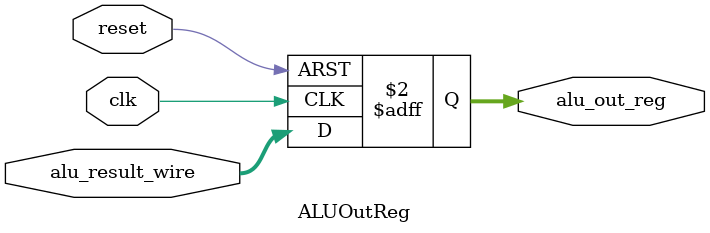
<source format=v>
module ALUOutReg (
    input clk,
    input reset,
    input [15:0] alu_result_wire,
    output reg [15:0] alu_out_reg
);
    always @(posedge clk or posedge reset) begin
        if (reset) alu_out_reg <= 16'h0000;
        else alu_out_reg <= alu_result_wire;
    end
endmodule

</source>
